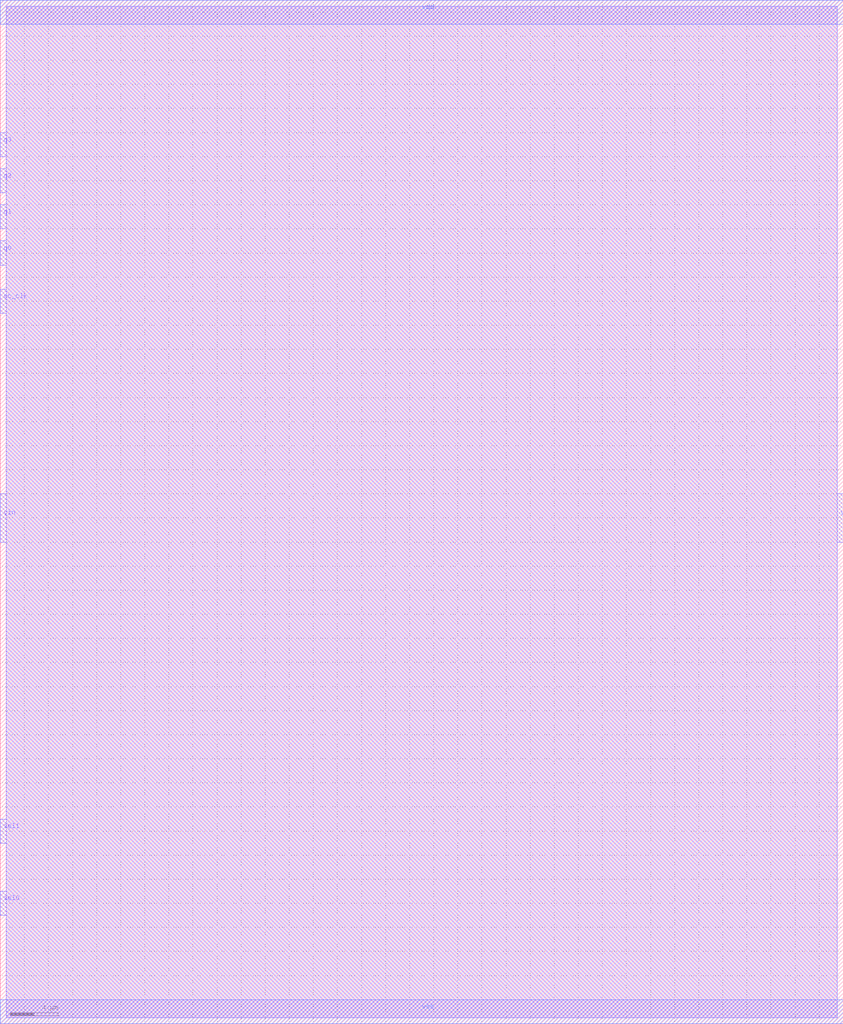
<source format=lef>
VERSION 5.7 ;
BUSBITCHARS "[]" ;
DIVIDERCHAR "/" ;

MACRO svf_2nd
  CLASS BLOCK ;
  ORIGIN 0 0 ;
  FOREIGN svf_2nd 0 0 ;
  SIZE 70.000 BY 85.000 ;
  SYMMETRY X Y ;

  PIN vin
    DIRECTION INPUT ;
    USE SIGNAL ;
    PORT
      LAYER Metal2 ;
        RECT 0.000 40.000 0.500 44.000 ;
    END
  END vin

  PIN vout
    DIRECTION OUTPUT ;
    USE SIGNAL ;
    PORT
      LAYER Metal2 ;
        RECT 69.500 40.000 70.000 44.000 ;
    END
  END vout

  PIN sel0
    DIRECTION INPUT ;
    USE SIGNAL ;
    PORT
      LAYER Metal2 ;
        RECT 0.000 9.000 0.500 11.000 ;
    END
  END sel0

  PIN sel1
    DIRECTION INPUT ;
    USE SIGNAL ;
    PORT
      LAYER Metal2 ;
        RECT 0.000 15.000 0.500 17.000 ;
    END
  END sel1

  PIN sc_clk
    DIRECTION INPUT ;
    USE SIGNAL ;
    PORT
      LAYER Metal2 ;
        RECT 0.000 59.000 0.500 61.000 ;
    END
  END sc_clk

  PIN q0
    DIRECTION INPUT ;
    USE SIGNAL ;
    PORT
      LAYER Metal2 ;
        RECT 0.000 63.000 0.500 65.000 ;
    END
  END q0

  PIN q1
    DIRECTION INPUT ;
    USE SIGNAL ;
    PORT
      LAYER Metal2 ;
        RECT 0.000 66.000 0.500 68.000 ;
    END
  END q1

  PIN q2
    DIRECTION INPUT ;
    USE SIGNAL ;
    PORT
      LAYER Metal2 ;
        RECT 0.000 69.000 0.500 71.000 ;
    END
  END q2

  PIN q3
    DIRECTION INPUT ;
    USE SIGNAL ;
    PORT
      LAYER Metal2 ;
        RECT 0.000 72.000 0.500 74.000 ;
    END
  END q3

  PIN vdd
    DIRECTION INOUT ;
    USE POWER ;
    PORT
      LAYER Metal3 ;
        RECT 0.000 83.000 70.000 85.000 ;
    END
  END vdd

  PIN vss
    DIRECTION INOUT ;
    USE GROUND ;
    PORT
      LAYER Metal3 ;
        RECT 0.000 0.000 70.000 2.000 ;
    END
  END vss

  OBS
    LAYER Metal1 ;
      RECT 0.500 0.500 69.500 84.500 ;
    LAYER Metal2 ;
      RECT 0.500 0.500 69.500 84.500 ;
  END

END svf_2nd

END LIBRARY

</source>
